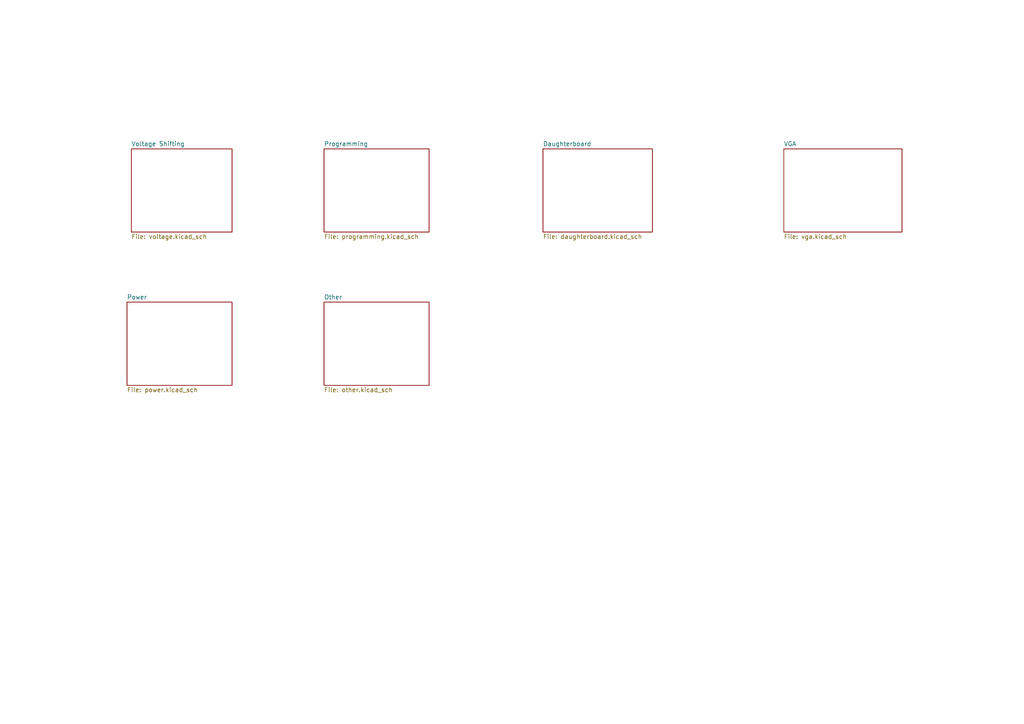
<source format=kicad_sch>
(kicad_sch (version 20230121) (generator eeschema)
  (paper "A4")
  (lib_symbols)
  (sheet (at 93.98 87.63) (size 30.48 24.13) (stroke (width 0.1524))
    (property "Sheetname" "Other" (at 93.98 86.9184 0) (effects (justify left bottom)))
    (property "Sheetfile" "other.kicad_sch" (at 93.98 112.3446 0) (effects (justify left top)))
  )
  (sheet (at 36.83 87.63) (size 30.48 24.13) (stroke (width 0.1524))
    (property "Sheetname" "Power" (at 36.83 86.9184 0) (effects (justify left bottom)))
    (property "Sheetfile" "power.kicad_sch" (at 36.83 112.3446 0) (effects (justify left top)))
  )
  (sheet (at 227.33 43.18) (size 34.29 24.13) (stroke (width 0.1524))
    (property "Sheetname" "VGA" (at 227.33 42.4684 0) (effects (justify left bottom)))
    (property "Sheetfile" "vga.kicad_sch" (at 227.33 67.8946 0) (effects (justify left top)))
  )
  (sheet (at 93.98 43.18) (size 30.48 24.13) (stroke (width 0.1524))
    (property "Sheetname" "Programming" (at 93.98 42.4684 0) (effects (justify left bottom)))
    (property "Sheetfile" "programming.kicad_sch" (at 93.98 67.8946 0) (effects (justify left top)))
  )
  (sheet (at 157.48 43.18) (size 31.75 24.13) (stroke (width 0.1524))
    (property "Sheetname" "Daughterboard" (at 157.48 42.4684 0) (effects (justify left bottom)))
    (property "Sheetfile" "daughterboard.kicad_sch" (at 157.48 67.8946 0) (effects (justify left top)))
  )
  (sheet (at 38.1 43.18) (size 29.21 24.13) (stroke (width 0.1524))
    (property "Sheetname" "Voltage Shifting" (at 38.1 42.4684 0) (effects (justify left bottom)))
    (property "Sheetfile" "voltage.kicad_sch" (at 38.1 67.8946 0) (effects (justify left top)))
  )
)
</source>
